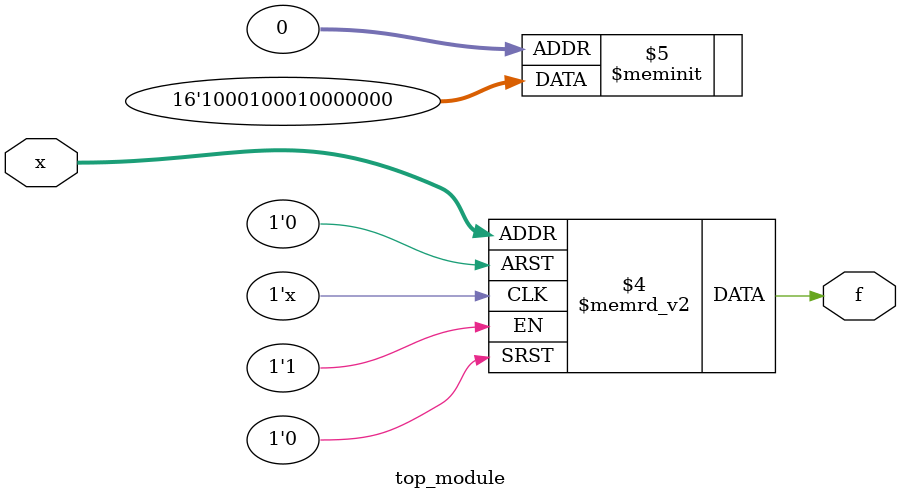
<source format=sv>
module top_module (
    input [4:1] x,
    output logic f
);

always_comb begin
    case ({x[4], x[3], x[2], x[1]})
        4'b0000, 4'b0011, 4'b1000, 4'b1001: f = 1'b0; // Don't-care conditions chosen as 0
        4'b0101: f = 1'b0;
        4'b0111: f = 1'b1;
        4'b1011, 4'b1111: f = 1'b1;
        default: f = 1'b0; // Catch all for any other cases
    endcase
end

endmodule

</source>
